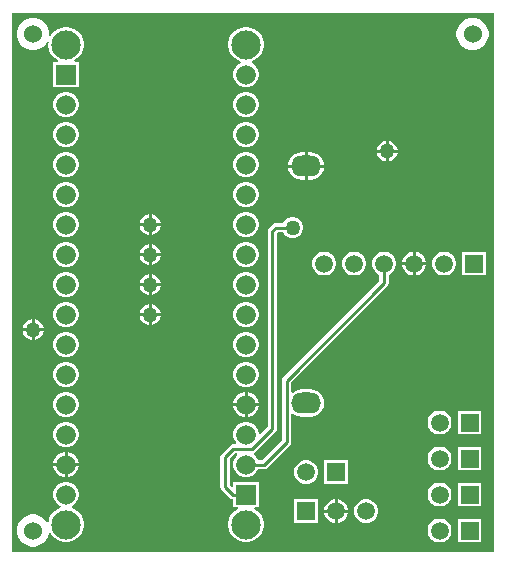
<source format=gbl>
G04*
G04 #@! TF.GenerationSoftware,Altium Limited,Altium Designer,21.2.2 (38)*
G04*
G04 Layer_Physical_Order=2*
G04 Layer_Color=16711680*
%FSLAX25Y25*%
%MOIN*%
G70*
G04*
G04 #@! TF.SameCoordinates,C48038F6-0F47-47EE-9322-7A70BF747E44*
G04*
G04*
G04 #@! TF.FilePolarity,Positive*
G04*
G01*
G75*
%ADD29C,0.01000*%
%ADD30C,0.06000*%
%ADD31R,0.05906X0.05906*%
%ADD32C,0.05906*%
%ADD33R,0.06555X0.06555*%
%ADD34C,0.06555*%
%ADD35C,0.09744*%
%ADD36O,0.10000X0.07000*%
%ADD37C,0.05000*%
G36*
X160500Y0D02*
X0D01*
Y179500D01*
X160500D01*
Y0D01*
D02*
G37*
%LPC*%
G36*
X154204Y177850D02*
X152796D01*
X151435Y177485D01*
X150215Y176781D01*
X149219Y175785D01*
X148515Y174565D01*
X148150Y173204D01*
Y171796D01*
X148515Y170435D01*
X149219Y169215D01*
X150215Y168219D01*
X151435Y167515D01*
X152796Y167150D01*
X154204D01*
X155565Y167515D01*
X156785Y168219D01*
X157781Y169215D01*
X158485Y170435D01*
X158850Y171796D01*
Y173204D01*
X158485Y174565D01*
X157781Y175785D01*
X156785Y176781D01*
X155565Y177485D01*
X154204Y177850D01*
D02*
G37*
G36*
X78578Y174872D02*
X77422D01*
X76287Y174646D01*
X75219Y174204D01*
X74257Y173561D01*
X73439Y172743D01*
X72796Y171781D01*
X72354Y170713D01*
X72128Y169578D01*
Y168422D01*
X72354Y167287D01*
X72796Y166219D01*
X73439Y165257D01*
X74257Y164439D01*
X75219Y163796D01*
X76122Y163422D01*
X76180Y162938D01*
X76165Y162880D01*
X75374Y162423D01*
X74577Y161627D01*
X74014Y160651D01*
X73722Y159563D01*
Y158437D01*
X74014Y157349D01*
X74577Y156374D01*
X75374Y155577D01*
X76349Y155014D01*
X77437Y154722D01*
X78563D01*
X79651Y155014D01*
X80626Y155577D01*
X81423Y156374D01*
X81986Y157349D01*
X82278Y158437D01*
Y159563D01*
X81986Y160651D01*
X81423Y161627D01*
X80626Y162423D01*
X79835Y162880D01*
X79820Y162938D01*
X79878Y163422D01*
X80781Y163796D01*
X81743Y164439D01*
X82561Y165257D01*
X83204Y166219D01*
X83646Y167287D01*
X83872Y168422D01*
Y169578D01*
X83646Y170713D01*
X83204Y171781D01*
X82561Y172743D01*
X81743Y173561D01*
X80781Y174204D01*
X79713Y174646D01*
X78578Y174872D01*
D02*
G37*
G36*
X7704Y177850D02*
X6296D01*
X4935Y177485D01*
X3715Y176781D01*
X2719Y175785D01*
X2015Y174565D01*
X1650Y173204D01*
Y171796D01*
X2015Y170435D01*
X2719Y169215D01*
X3715Y168219D01*
X4935Y167515D01*
X6296Y167150D01*
X7704D01*
X9065Y167515D01*
X10285Y168219D01*
X11281Y169215D01*
X11685Y169915D01*
X12159Y169736D01*
X12128Y169578D01*
Y168422D01*
X12354Y167287D01*
X12796Y166219D01*
X13439Y165257D01*
X14257Y164439D01*
X15218Y163796D01*
X15264Y163778D01*
X15164Y163278D01*
X13722D01*
Y154722D01*
X22278D01*
Y163278D01*
X20836D01*
X20736Y163778D01*
X20782Y163796D01*
X21743Y164439D01*
X22561Y165257D01*
X23204Y166219D01*
X23646Y167287D01*
X23872Y168422D01*
Y169578D01*
X23646Y170713D01*
X23204Y171781D01*
X22561Y172743D01*
X21743Y173561D01*
X20782Y174204D01*
X19713Y174646D01*
X18578Y174872D01*
X17422D01*
X16287Y174646D01*
X15218Y174204D01*
X14257Y173561D01*
X13439Y172743D01*
X12850Y171862D01*
X12570Y171886D01*
X12350Y171988D01*
Y173204D01*
X11985Y174565D01*
X11281Y175785D01*
X10285Y176781D01*
X9065Y177485D01*
X7704Y177850D01*
D02*
G37*
G36*
X78563Y153278D02*
X77437D01*
X76349Y152986D01*
X75374Y152423D01*
X74577Y151627D01*
X74014Y150651D01*
X73722Y149563D01*
Y148437D01*
X74014Y147349D01*
X74577Y146373D01*
X75374Y145577D01*
X76349Y145014D01*
X77437Y144722D01*
X78563D01*
X79651Y145014D01*
X80626Y145577D01*
X81423Y146373D01*
X81986Y147349D01*
X82278Y148437D01*
Y149563D01*
X81986Y150651D01*
X81423Y151627D01*
X80626Y152423D01*
X79651Y152986D01*
X78563Y153278D01*
D02*
G37*
G36*
X18563D02*
X17437D01*
X16349Y152986D01*
X15373Y152423D01*
X14577Y151627D01*
X14014Y150651D01*
X13722Y149563D01*
Y148437D01*
X14014Y147349D01*
X14577Y146373D01*
X15373Y145577D01*
X16349Y145014D01*
X17437Y144722D01*
X18563D01*
X19651Y145014D01*
X20627Y145577D01*
X21423Y146373D01*
X21986Y147349D01*
X22278Y148437D01*
Y149563D01*
X21986Y150651D01*
X21423Y151627D01*
X20627Y152423D01*
X19651Y152986D01*
X18563Y153278D01*
D02*
G37*
G36*
X78563Y143278D02*
X77437D01*
X76349Y142986D01*
X75374Y142423D01*
X74577Y141627D01*
X74014Y140651D01*
X73722Y139563D01*
Y138437D01*
X74014Y137349D01*
X74577Y136373D01*
X75374Y135577D01*
X76349Y135014D01*
X77437Y134722D01*
X78563D01*
X79651Y135014D01*
X80626Y135577D01*
X81423Y136373D01*
X81986Y137349D01*
X82278Y138437D01*
Y139563D01*
X81986Y140651D01*
X81423Y141627D01*
X80626Y142423D01*
X79651Y142986D01*
X78563Y143278D01*
D02*
G37*
G36*
X18563D02*
X17437D01*
X16349Y142986D01*
X15373Y142423D01*
X14577Y141627D01*
X14014Y140651D01*
X13722Y139563D01*
Y138437D01*
X14014Y137349D01*
X14577Y136373D01*
X15373Y135577D01*
X16349Y135014D01*
X17437Y134722D01*
X18563D01*
X19651Y135014D01*
X20627Y135577D01*
X21423Y136373D01*
X21986Y137349D01*
X22278Y138437D01*
Y139563D01*
X21986Y140651D01*
X21423Y141627D01*
X20627Y142423D01*
X19651Y142986D01*
X18563Y143278D01*
D02*
G37*
G36*
X125500Y136989D02*
Y134000D01*
X128489D01*
X128261Y134851D01*
X127801Y135649D01*
X127149Y136301D01*
X126351Y136761D01*
X125500Y136989D01*
D02*
G37*
G36*
X124500D02*
X123649Y136761D01*
X122851Y136301D01*
X122199Y135649D01*
X121739Y134851D01*
X121511Y134000D01*
X124500D01*
Y136989D01*
D02*
G37*
G36*
X128489Y133000D02*
X125500D01*
Y130010D01*
X126351Y130238D01*
X127149Y130699D01*
X127801Y131351D01*
X128261Y132149D01*
X128489Y133000D01*
D02*
G37*
G36*
X124500D02*
X121511D01*
X121739Y132149D01*
X122199Y131351D01*
X122851Y130699D01*
X123649Y130238D01*
X124500Y130010D01*
Y133000D01*
D02*
G37*
G36*
X99500Y133039D02*
X98500D01*
Y129000D01*
X103973D01*
X103884Y129675D01*
X103431Y130769D01*
X102709Y131709D01*
X101769Y132431D01*
X100675Y132884D01*
X99500Y133039D01*
D02*
G37*
G36*
X97500D02*
X96500D01*
X95325Y132884D01*
X94231Y132431D01*
X93291Y131709D01*
X92569Y130769D01*
X92116Y129675D01*
X92027Y129000D01*
X97500D01*
Y133039D01*
D02*
G37*
G36*
X78563Y133278D02*
X77437D01*
X76349Y132986D01*
X75374Y132423D01*
X74577Y131626D01*
X74014Y130651D01*
X73722Y129563D01*
Y128437D01*
X74014Y127349D01*
X74577Y126374D01*
X75374Y125577D01*
X76349Y125014D01*
X77437Y124722D01*
X78563D01*
X79651Y125014D01*
X80626Y125577D01*
X81423Y126374D01*
X81986Y127349D01*
X82278Y128437D01*
Y129563D01*
X81986Y130651D01*
X81423Y131626D01*
X80626Y132423D01*
X79651Y132986D01*
X78563Y133278D01*
D02*
G37*
G36*
X18563D02*
X17437D01*
X16349Y132986D01*
X15373Y132423D01*
X14577Y131626D01*
X14014Y130651D01*
X13722Y129563D01*
Y128437D01*
X14014Y127349D01*
X14577Y126374D01*
X15373Y125577D01*
X16349Y125014D01*
X17437Y124722D01*
X18563D01*
X19651Y125014D01*
X20627Y125577D01*
X21423Y126374D01*
X21986Y127349D01*
X22278Y128437D01*
Y129563D01*
X21986Y130651D01*
X21423Y131626D01*
X20627Y132423D01*
X19651Y132986D01*
X18563Y133278D01*
D02*
G37*
G36*
X103973Y128000D02*
X98500D01*
Y123961D01*
X99500D01*
X100675Y124116D01*
X101769Y124569D01*
X102709Y125291D01*
X103431Y126231D01*
X103884Y127325D01*
X103973Y128000D01*
D02*
G37*
G36*
X97500D02*
X92027D01*
X92116Y127325D01*
X92569Y126231D01*
X93291Y125291D01*
X94231Y124569D01*
X95325Y124116D01*
X96500Y123961D01*
X97500D01*
Y128000D01*
D02*
G37*
G36*
X78563Y123278D02*
X77437D01*
X76349Y122986D01*
X75374Y122423D01*
X74577Y121626D01*
X74014Y120651D01*
X73722Y119563D01*
Y118437D01*
X74014Y117349D01*
X74577Y116374D01*
X75374Y115577D01*
X76349Y115014D01*
X77437Y114722D01*
X78563D01*
X79651Y115014D01*
X80626Y115577D01*
X81423Y116374D01*
X81986Y117349D01*
X82278Y118437D01*
Y119563D01*
X81986Y120651D01*
X81423Y121626D01*
X80626Y122423D01*
X79651Y122986D01*
X78563Y123278D01*
D02*
G37*
G36*
X18563D02*
X17437D01*
X16349Y122986D01*
X15373Y122423D01*
X14577Y121626D01*
X14014Y120651D01*
X13722Y119563D01*
Y118437D01*
X14014Y117349D01*
X14577Y116374D01*
X15373Y115577D01*
X16349Y115014D01*
X17437Y114722D01*
X18563D01*
X19651Y115014D01*
X20627Y115577D01*
X21423Y116374D01*
X21986Y117349D01*
X22278Y118437D01*
Y119563D01*
X21986Y120651D01*
X21423Y121626D01*
X20627Y122423D01*
X19651Y122986D01*
X18563Y123278D01*
D02*
G37*
G36*
X46500Y112489D02*
Y109500D01*
X49490D01*
X49262Y110351D01*
X48801Y111149D01*
X48149Y111801D01*
X47351Y112261D01*
X46500Y112489D01*
D02*
G37*
G36*
X45500D02*
X44649Y112261D01*
X43851Y111801D01*
X43199Y111149D01*
X42739Y110351D01*
X42511Y109500D01*
X45500D01*
Y112489D01*
D02*
G37*
G36*
X49490Y108500D02*
X46500D01*
Y105510D01*
X47351Y105738D01*
X48149Y106199D01*
X48801Y106851D01*
X49262Y107649D01*
X49490Y108500D01*
D02*
G37*
G36*
X45500D02*
X42511D01*
X42739Y107649D01*
X43199Y106851D01*
X43851Y106199D01*
X44649Y105738D01*
X45500Y105510D01*
Y108500D01*
D02*
G37*
G36*
X78563Y113278D02*
X77437D01*
X76349Y112986D01*
X75374Y112423D01*
X74577Y111627D01*
X74014Y110651D01*
X73722Y109563D01*
Y108437D01*
X74014Y107349D01*
X74577Y106374D01*
X75374Y105577D01*
X76349Y105014D01*
X77437Y104722D01*
X78563D01*
X79651Y105014D01*
X80626Y105577D01*
X81423Y106374D01*
X81986Y107349D01*
X82278Y108437D01*
Y109563D01*
X81986Y110651D01*
X81423Y111627D01*
X80626Y112423D01*
X79651Y112986D01*
X78563Y113278D01*
D02*
G37*
G36*
X18563D02*
X17437D01*
X16349Y112986D01*
X15373Y112423D01*
X14577Y111627D01*
X14014Y110651D01*
X13722Y109563D01*
Y108437D01*
X14014Y107349D01*
X14577Y106374D01*
X15373Y105577D01*
X16349Y105014D01*
X17437Y104722D01*
X18563D01*
X19651Y105014D01*
X20627Y105577D01*
X21423Y106374D01*
X21986Y107349D01*
X22278Y108437D01*
Y109563D01*
X21986Y110651D01*
X21423Y111627D01*
X20627Y112423D01*
X19651Y112986D01*
X18563Y113278D01*
D02*
G37*
G36*
X93961Y111500D02*
X93039D01*
X92149Y111261D01*
X91351Y110801D01*
X90699Y110149D01*
X90342Y109529D01*
X88000D01*
X87415Y109413D01*
X86919Y109081D01*
X85658Y107821D01*
X85326Y107325D01*
X85210Y106739D01*
Y41616D01*
X82740Y39146D01*
X82278Y39337D01*
Y39563D01*
X81986Y40651D01*
X81423Y41627D01*
X80626Y42423D01*
X79651Y42986D01*
X78563Y43278D01*
X77437D01*
X76349Y42986D01*
X75374Y42423D01*
X74577Y41627D01*
X74014Y40651D01*
X73722Y39563D01*
Y38437D01*
X74014Y37349D01*
X74577Y36373D01*
X74737Y36214D01*
X74546Y35752D01*
X73722D01*
X73137Y35635D01*
X72641Y35304D01*
X69919Y32581D01*
X69587Y32085D01*
X69471Y31500D01*
Y21500D01*
X69587Y20915D01*
X69919Y20419D01*
X72419Y17919D01*
X72915Y17587D01*
X73500Y17471D01*
X73722D01*
Y14722D01*
X75164D01*
X75264Y14222D01*
X75219Y14204D01*
X74257Y13561D01*
X73439Y12743D01*
X72796Y11781D01*
X72354Y10713D01*
X72128Y9578D01*
Y8422D01*
X72354Y7287D01*
X72796Y6219D01*
X73439Y5257D01*
X74257Y4439D01*
X75219Y3796D01*
X76287Y3354D01*
X77422Y3128D01*
X78578D01*
X79713Y3354D01*
X80781Y3796D01*
X81743Y4439D01*
X82561Y5257D01*
X83204Y6219D01*
X83646Y7287D01*
X83872Y8422D01*
Y9578D01*
X83646Y10713D01*
X83204Y11781D01*
X82561Y12743D01*
X81743Y13561D01*
X80781Y14204D01*
X80736Y14222D01*
X80836Y14722D01*
X82278D01*
Y23278D01*
X73722D01*
Y21594D01*
X73260Y21402D01*
X72529Y22133D01*
Y30867D01*
X74356Y32693D01*
X74937D01*
X75144Y32193D01*
X74577Y31626D01*
X74014Y30651D01*
X73722Y29563D01*
Y28437D01*
X74014Y27349D01*
X74577Y26373D01*
X75374Y25577D01*
X76349Y25014D01*
X77437Y24722D01*
X78563D01*
X79651Y25014D01*
X80626Y25577D01*
X81423Y26373D01*
X81986Y27349D01*
X82019Y27471D01*
X84000D01*
X84585Y27587D01*
X85081Y27919D01*
X92581Y35419D01*
X92913Y35915D01*
X93029Y36500D01*
Y45861D01*
X93529Y46107D01*
X94231Y45569D01*
X95325Y45116D01*
X96500Y44961D01*
X99500D01*
X100675Y45116D01*
X101769Y45569D01*
X102709Y46291D01*
X103431Y47231D01*
X103884Y48325D01*
X104039Y49500D01*
X103884Y50675D01*
X103431Y51769D01*
X102709Y52709D01*
X101769Y53431D01*
X100675Y53884D01*
X99500Y54039D01*
X96500D01*
X95325Y53884D01*
X94231Y53431D01*
X93529Y52893D01*
X93029Y53139D01*
Y56366D01*
X125081Y88419D01*
X125413Y88915D01*
X125529Y89500D01*
Y92319D01*
X126427Y92837D01*
X127163Y93573D01*
X127683Y94474D01*
X127953Y95480D01*
Y96520D01*
X127683Y97526D01*
X127163Y98427D01*
X126427Y99163D01*
X125526Y99683D01*
X124520Y99953D01*
X123480D01*
X122474Y99683D01*
X121573Y99163D01*
X120837Y98427D01*
X120317Y97526D01*
X120047Y96520D01*
Y95480D01*
X120317Y94474D01*
X120837Y93573D01*
X121573Y92837D01*
X122471Y92319D01*
Y90134D01*
X90419Y58081D01*
X90087Y57585D01*
X89971Y57000D01*
Y37133D01*
X83367Y30529D01*
X82019D01*
X81986Y30651D01*
X81423Y31626D01*
X80703Y32346D01*
X80687Y32399D01*
X80690Y32694D01*
X80746Y32931D01*
X81060Y33141D01*
X87821Y39902D01*
X88152Y40398D01*
X88269Y40983D01*
Y106106D01*
X88634Y106471D01*
X90342D01*
X90699Y105851D01*
X91351Y105199D01*
X92149Y104738D01*
X93039Y104500D01*
X93961D01*
X94851Y104738D01*
X95649Y105199D01*
X96301Y105851D01*
X96762Y106649D01*
X97000Y107539D01*
Y108461D01*
X96762Y109351D01*
X96301Y110149D01*
X95649Y110801D01*
X94851Y111261D01*
X93961Y111500D01*
D02*
G37*
G36*
X46500Y102489D02*
Y99500D01*
X49490D01*
X49262Y100351D01*
X48801Y101149D01*
X48149Y101801D01*
X47351Y102261D01*
X46500Y102489D01*
D02*
G37*
G36*
X45500D02*
X44649Y102261D01*
X43851Y101801D01*
X43199Y101149D01*
X42739Y100351D01*
X42511Y99500D01*
X45500D01*
Y102489D01*
D02*
G37*
G36*
X134520Y99953D02*
X134500D01*
Y96500D01*
X137953D01*
Y96520D01*
X137683Y97526D01*
X137163Y98427D01*
X136427Y99163D01*
X135526Y99683D01*
X134520Y99953D01*
D02*
G37*
G36*
X133500D02*
X133480D01*
X132474Y99683D01*
X131573Y99163D01*
X130837Y98427D01*
X130317Y97526D01*
X130047Y96520D01*
Y96500D01*
X133500D01*
Y99953D01*
D02*
G37*
G36*
X49490Y98500D02*
X46500D01*
Y95511D01*
X47351Y95739D01*
X48149Y96199D01*
X48801Y96851D01*
X49262Y97649D01*
X49490Y98500D01*
D02*
G37*
G36*
X45500D02*
X42511D01*
X42739Y97649D01*
X43199Y96851D01*
X43851Y96199D01*
X44649Y95739D01*
X45500Y95511D01*
Y98500D01*
D02*
G37*
G36*
X78563Y103278D02*
X77437D01*
X76349Y102986D01*
X75374Y102423D01*
X74577Y101627D01*
X74014Y100651D01*
X73722Y99563D01*
Y98437D01*
X74014Y97349D01*
X74577Y96373D01*
X75374Y95577D01*
X76349Y95014D01*
X77437Y94722D01*
X78563D01*
X79651Y95014D01*
X80626Y95577D01*
X81423Y96373D01*
X81986Y97349D01*
X82278Y98437D01*
Y99563D01*
X81986Y100651D01*
X81423Y101627D01*
X80626Y102423D01*
X79651Y102986D01*
X78563Y103278D01*
D02*
G37*
G36*
X18563D02*
X17437D01*
X16349Y102986D01*
X15373Y102423D01*
X14577Y101627D01*
X14014Y100651D01*
X13722Y99563D01*
Y98437D01*
X14014Y97349D01*
X14577Y96373D01*
X15373Y95577D01*
X16349Y95014D01*
X17437Y94722D01*
X18563D01*
X19651Y95014D01*
X20627Y95577D01*
X21423Y96373D01*
X21986Y97349D01*
X22278Y98437D01*
Y99563D01*
X21986Y100651D01*
X21423Y101627D01*
X20627Y102423D01*
X19651Y102986D01*
X18563Y103278D01*
D02*
G37*
G36*
X157953Y99953D02*
X150047D01*
Y92047D01*
X157953D01*
Y99953D01*
D02*
G37*
G36*
X144520D02*
X143480D01*
X142474Y99683D01*
X141573Y99163D01*
X140837Y98427D01*
X140317Y97526D01*
X140047Y96520D01*
Y95480D01*
X140317Y94474D01*
X140837Y93573D01*
X141573Y92837D01*
X142474Y92317D01*
X143480Y92047D01*
X144520D01*
X145526Y92317D01*
X146427Y92837D01*
X147163Y93573D01*
X147683Y94474D01*
X147953Y95480D01*
Y96520D01*
X147683Y97526D01*
X147163Y98427D01*
X146427Y99163D01*
X145526Y99683D01*
X144520Y99953D01*
D02*
G37*
G36*
X137953Y95500D02*
X134500D01*
Y92047D01*
X134520D01*
X135526Y92317D01*
X136427Y92837D01*
X137163Y93573D01*
X137683Y94474D01*
X137953Y95480D01*
Y95500D01*
D02*
G37*
G36*
X133500D02*
X130047D01*
Y95480D01*
X130317Y94474D01*
X130837Y93573D01*
X131573Y92837D01*
X132474Y92317D01*
X133480Y92047D01*
X133500D01*
Y95500D01*
D02*
G37*
G36*
X114520Y99953D02*
X113480D01*
X112474Y99683D01*
X111573Y99163D01*
X110837Y98427D01*
X110317Y97526D01*
X110047Y96520D01*
Y95480D01*
X110317Y94474D01*
X110837Y93573D01*
X111573Y92837D01*
X112474Y92317D01*
X113480Y92047D01*
X114520D01*
X115526Y92317D01*
X116427Y92837D01*
X117163Y93573D01*
X117683Y94474D01*
X117953Y95480D01*
Y96520D01*
X117683Y97526D01*
X117163Y98427D01*
X116427Y99163D01*
X115526Y99683D01*
X114520Y99953D01*
D02*
G37*
G36*
X104520D02*
X103480D01*
X102474Y99683D01*
X101573Y99163D01*
X100837Y98427D01*
X100317Y97526D01*
X100047Y96520D01*
Y95480D01*
X100317Y94474D01*
X100837Y93573D01*
X101573Y92837D01*
X102474Y92317D01*
X103480Y92047D01*
X104520D01*
X105526Y92317D01*
X106427Y92837D01*
X107163Y93573D01*
X107683Y94474D01*
X107953Y95480D01*
Y96520D01*
X107683Y97526D01*
X107163Y98427D01*
X106427Y99163D01*
X105526Y99683D01*
X104520Y99953D01*
D02*
G37*
G36*
X46500Y92489D02*
Y89500D01*
X49490D01*
X49262Y90351D01*
X48801Y91149D01*
X48149Y91801D01*
X47351Y92261D01*
X46500Y92489D01*
D02*
G37*
G36*
X45500D02*
X44649Y92261D01*
X43851Y91801D01*
X43199Y91149D01*
X42739Y90351D01*
X42511Y89500D01*
X45500D01*
Y92489D01*
D02*
G37*
G36*
X49490Y88500D02*
X46500D01*
Y85510D01*
X47351Y85738D01*
X48149Y86199D01*
X48801Y86851D01*
X49262Y87649D01*
X49490Y88500D01*
D02*
G37*
G36*
X45500D02*
X42511D01*
X42739Y87649D01*
X43199Y86851D01*
X43851Y86199D01*
X44649Y85738D01*
X45500Y85510D01*
Y88500D01*
D02*
G37*
G36*
X78563Y93278D02*
X77437D01*
X76349Y92986D01*
X75374Y92423D01*
X74577Y91627D01*
X74014Y90651D01*
X73722Y89563D01*
Y88437D01*
X74014Y87349D01*
X74577Y86374D01*
X75374Y85577D01*
X76349Y85014D01*
X77437Y84722D01*
X78563D01*
X79651Y85014D01*
X80626Y85577D01*
X81423Y86374D01*
X81986Y87349D01*
X82278Y88437D01*
Y89563D01*
X81986Y90651D01*
X81423Y91627D01*
X80626Y92423D01*
X79651Y92986D01*
X78563Y93278D01*
D02*
G37*
G36*
X18563D02*
X17437D01*
X16349Y92986D01*
X15373Y92423D01*
X14577Y91627D01*
X14014Y90651D01*
X13722Y89563D01*
Y88437D01*
X14014Y87349D01*
X14577Y86374D01*
X15373Y85577D01*
X16349Y85014D01*
X17437Y84722D01*
X18563D01*
X19651Y85014D01*
X20627Y85577D01*
X21423Y86374D01*
X21986Y87349D01*
X22278Y88437D01*
Y89563D01*
X21986Y90651D01*
X21423Y91627D01*
X20627Y92423D01*
X19651Y92986D01*
X18563Y93278D01*
D02*
G37*
G36*
X46500Y82490D02*
Y79500D01*
X49490D01*
X49262Y80351D01*
X48801Y81149D01*
X48149Y81801D01*
X47351Y82262D01*
X46500Y82490D01*
D02*
G37*
G36*
X45500D02*
X44649Y82262D01*
X43851Y81801D01*
X43199Y81149D01*
X42739Y80351D01*
X42511Y79500D01*
X45500D01*
Y82490D01*
D02*
G37*
G36*
X49490Y78500D02*
X46500D01*
Y75511D01*
X47351Y75739D01*
X48149Y76199D01*
X48801Y76851D01*
X49262Y77649D01*
X49490Y78500D01*
D02*
G37*
G36*
X45500D02*
X42511D01*
X42739Y77649D01*
X43199Y76851D01*
X43851Y76199D01*
X44649Y75739D01*
X45500Y75511D01*
Y78500D01*
D02*
G37*
G36*
X78563Y83278D02*
X77437D01*
X76349Y82986D01*
X75374Y82423D01*
X74577Y81626D01*
X74014Y80651D01*
X73722Y79563D01*
Y78437D01*
X74014Y77349D01*
X74577Y76373D01*
X75374Y75577D01*
X76349Y75014D01*
X77437Y74722D01*
X78563D01*
X79651Y75014D01*
X80626Y75577D01*
X81423Y76373D01*
X81986Y77349D01*
X82278Y78437D01*
Y79563D01*
X81986Y80651D01*
X81423Y81626D01*
X80626Y82423D01*
X79651Y82986D01*
X78563Y83278D01*
D02*
G37*
G36*
X18563D02*
X17437D01*
X16349Y82986D01*
X15373Y82423D01*
X14577Y81626D01*
X14014Y80651D01*
X13722Y79563D01*
Y78437D01*
X14014Y77349D01*
X14577Y76373D01*
X15373Y75577D01*
X16349Y75014D01*
X17437Y74722D01*
X18563D01*
X19651Y75014D01*
X20627Y75577D01*
X21423Y76373D01*
X21986Y77349D01*
X22278Y78437D01*
Y79563D01*
X21986Y80651D01*
X21423Y81626D01*
X20627Y82423D01*
X19651Y82986D01*
X18563Y83278D01*
D02*
G37*
G36*
X7500Y77490D02*
Y74500D01*
X10490D01*
X10261Y75351D01*
X9801Y76149D01*
X9149Y76801D01*
X8351Y77262D01*
X7500Y77490D01*
D02*
G37*
G36*
X6500D02*
X5649Y77262D01*
X4851Y76801D01*
X4199Y76149D01*
X3739Y75351D01*
X3511Y74500D01*
X6500D01*
Y77490D01*
D02*
G37*
G36*
X10490Y73500D02*
X7500D01*
Y70511D01*
X8351Y70739D01*
X9149Y71199D01*
X9801Y71851D01*
X10261Y72649D01*
X10490Y73500D01*
D02*
G37*
G36*
X6500D02*
X3511D01*
X3739Y72649D01*
X4199Y71851D01*
X4851Y71199D01*
X5649Y70739D01*
X6500Y70511D01*
Y73500D01*
D02*
G37*
G36*
X78563Y73278D02*
X77437D01*
X76349Y72986D01*
X75374Y72423D01*
X74577Y71627D01*
X74014Y70651D01*
X73722Y69563D01*
Y68437D01*
X74014Y67349D01*
X74577Y66373D01*
X75374Y65577D01*
X76349Y65014D01*
X77437Y64722D01*
X78563D01*
X79651Y65014D01*
X80626Y65577D01*
X81423Y66373D01*
X81986Y67349D01*
X82278Y68437D01*
Y69563D01*
X81986Y70651D01*
X81423Y71627D01*
X80626Y72423D01*
X79651Y72986D01*
X78563Y73278D01*
D02*
G37*
G36*
X18563D02*
X17437D01*
X16349Y72986D01*
X15373Y72423D01*
X14577Y71627D01*
X14014Y70651D01*
X13722Y69563D01*
Y68437D01*
X14014Y67349D01*
X14577Y66373D01*
X15373Y65577D01*
X16349Y65014D01*
X17437Y64722D01*
X18563D01*
X19651Y65014D01*
X20627Y65577D01*
X21423Y66373D01*
X21986Y67349D01*
X22278Y68437D01*
Y69563D01*
X21986Y70651D01*
X21423Y71627D01*
X20627Y72423D01*
X19651Y72986D01*
X18563Y73278D01*
D02*
G37*
G36*
X78563Y63278D02*
X77437D01*
X76349Y62986D01*
X75374Y62423D01*
X74577Y61626D01*
X74014Y60651D01*
X73722Y59563D01*
Y58437D01*
X74014Y57349D01*
X74577Y56374D01*
X75374Y55577D01*
X76349Y55014D01*
X77437Y54722D01*
X78563D01*
X79651Y55014D01*
X80626Y55577D01*
X81423Y56374D01*
X81986Y57349D01*
X82278Y58437D01*
Y59563D01*
X81986Y60651D01*
X81423Y61626D01*
X80626Y62423D01*
X79651Y62986D01*
X78563Y63278D01*
D02*
G37*
G36*
X18563D02*
X17437D01*
X16349Y62986D01*
X15373Y62423D01*
X14577Y61626D01*
X14014Y60651D01*
X13722Y59563D01*
Y58437D01*
X14014Y57349D01*
X14577Y56374D01*
X15373Y55577D01*
X16349Y55014D01*
X17437Y54722D01*
X18563D01*
X19651Y55014D01*
X20627Y55577D01*
X21423Y56374D01*
X21986Y57349D01*
X22278Y58437D01*
Y59563D01*
X21986Y60651D01*
X21423Y61626D01*
X20627Y62423D01*
X19651Y62986D01*
X18563Y63278D01*
D02*
G37*
G36*
X78563Y53278D02*
X78500D01*
Y49500D01*
X82278D01*
Y49563D01*
X81986Y50651D01*
X81423Y51626D01*
X80626Y52423D01*
X79651Y52986D01*
X78563Y53278D01*
D02*
G37*
G36*
X77500D02*
X77437D01*
X76349Y52986D01*
X75374Y52423D01*
X74577Y51626D01*
X74014Y50651D01*
X73722Y49563D01*
Y49500D01*
X77500D01*
Y53278D01*
D02*
G37*
G36*
X82278Y48500D02*
X78500D01*
Y44722D01*
X78563D01*
X79651Y45014D01*
X80626Y45577D01*
X81423Y46374D01*
X81986Y47349D01*
X82278Y48437D01*
Y48500D01*
D02*
G37*
G36*
X77500D02*
X73722D01*
Y48437D01*
X74014Y47349D01*
X74577Y46374D01*
X75374Y45577D01*
X76349Y45014D01*
X77437Y44722D01*
X77500D01*
Y48500D01*
D02*
G37*
G36*
X18563Y53278D02*
X17437D01*
X16349Y52986D01*
X15373Y52423D01*
X14577Y51626D01*
X14014Y50651D01*
X13722Y49563D01*
Y48437D01*
X14014Y47349D01*
X14577Y46374D01*
X15373Y45577D01*
X16349Y45014D01*
X17437Y44722D01*
X18563D01*
X19651Y45014D01*
X20627Y45577D01*
X21423Y46374D01*
X21986Y47349D01*
X22278Y48437D01*
Y49563D01*
X21986Y50651D01*
X21423Y51626D01*
X20627Y52423D01*
X19651Y52986D01*
X18563Y53278D01*
D02*
G37*
G36*
X156453Y46953D02*
X148547D01*
Y39047D01*
X156453D01*
Y46953D01*
D02*
G37*
G36*
X143020D02*
X141980D01*
X140974Y46683D01*
X140073Y46163D01*
X139337Y45427D01*
X138817Y44526D01*
X138547Y43520D01*
Y42480D01*
X138817Y41474D01*
X139337Y40573D01*
X140073Y39837D01*
X140974Y39317D01*
X141980Y39047D01*
X143020D01*
X144026Y39317D01*
X144927Y39837D01*
X145663Y40573D01*
X146183Y41474D01*
X146453Y42480D01*
Y43520D01*
X146183Y44526D01*
X145663Y45427D01*
X144927Y46163D01*
X144026Y46683D01*
X143020Y46953D01*
D02*
G37*
G36*
X18563Y43278D02*
X17437D01*
X16349Y42986D01*
X15373Y42423D01*
X14577Y41627D01*
X14014Y40651D01*
X13722Y39563D01*
Y38437D01*
X14014Y37349D01*
X14577Y36373D01*
X15373Y35577D01*
X16349Y35014D01*
X17437Y34722D01*
X18563D01*
X19651Y35014D01*
X20627Y35577D01*
X21423Y36373D01*
X21986Y37349D01*
X22278Y38437D01*
Y39563D01*
X21986Y40651D01*
X21423Y41627D01*
X20627Y42423D01*
X19651Y42986D01*
X18563Y43278D01*
D02*
G37*
G36*
Y33278D02*
X18500D01*
Y29500D01*
X22278D01*
Y29563D01*
X21986Y30651D01*
X21423Y31626D01*
X20627Y32423D01*
X19651Y32986D01*
X18563Y33278D01*
D02*
G37*
G36*
X17500D02*
X17437D01*
X16349Y32986D01*
X15373Y32423D01*
X14577Y31626D01*
X14014Y30651D01*
X13722Y29563D01*
Y29500D01*
X17500D01*
Y33278D01*
D02*
G37*
G36*
X156453Y34953D02*
X148547D01*
Y27047D01*
X156453D01*
Y34953D01*
D02*
G37*
G36*
X143020D02*
X141980D01*
X140974Y34683D01*
X140073Y34163D01*
X139337Y33427D01*
X138817Y32526D01*
X138547Y31520D01*
Y30480D01*
X138817Y29474D01*
X139337Y28573D01*
X140073Y27837D01*
X140974Y27317D01*
X141980Y27047D01*
X143020D01*
X144026Y27317D01*
X144927Y27837D01*
X145663Y28573D01*
X146183Y29474D01*
X146453Y30480D01*
Y31520D01*
X146183Y32526D01*
X145663Y33427D01*
X144927Y34163D01*
X144026Y34683D01*
X143020Y34953D01*
D02*
G37*
G36*
X22278Y28500D02*
X18500D01*
Y24722D01*
X18563D01*
X19651Y25014D01*
X20627Y25577D01*
X21423Y26373D01*
X21986Y27349D01*
X22278Y28437D01*
Y28500D01*
D02*
G37*
G36*
X17500D02*
X13722D01*
Y28437D01*
X14014Y27349D01*
X14577Y26373D01*
X15373Y25577D01*
X16349Y25014D01*
X17437Y24722D01*
X17500D01*
Y28500D01*
D02*
G37*
G36*
X111953Y30453D02*
X104047D01*
Y22547D01*
X111953D01*
Y30453D01*
D02*
G37*
G36*
X98520D02*
X97480D01*
X96474Y30183D01*
X95573Y29663D01*
X94837Y28927D01*
X94317Y28026D01*
X94047Y27020D01*
Y25980D01*
X94317Y24974D01*
X94837Y24073D01*
X95573Y23337D01*
X96474Y22817D01*
X97480Y22547D01*
X98520D01*
X99526Y22817D01*
X100427Y23337D01*
X101163Y24073D01*
X101683Y24974D01*
X101953Y25980D01*
Y27020D01*
X101683Y28026D01*
X101163Y28927D01*
X100427Y29663D01*
X99526Y30183D01*
X98520Y30453D01*
D02*
G37*
G36*
X156453Y22953D02*
X148547D01*
Y15047D01*
X156453D01*
Y22953D01*
D02*
G37*
G36*
X143020D02*
X141980D01*
X140974Y22683D01*
X140073Y22163D01*
X139337Y21427D01*
X138817Y20526D01*
X138547Y19520D01*
Y18480D01*
X138817Y17474D01*
X139337Y16573D01*
X140073Y15837D01*
X140974Y15317D01*
X141980Y15047D01*
X143020D01*
X144026Y15317D01*
X144927Y15837D01*
X145663Y16573D01*
X146183Y17474D01*
X146453Y18480D01*
Y19520D01*
X146183Y20526D01*
X145663Y21427D01*
X144927Y22163D01*
X144026Y22683D01*
X143020Y22953D01*
D02*
G37*
G36*
X108520Y17453D02*
X108500D01*
Y14000D01*
X111953D01*
Y14020D01*
X111683Y15026D01*
X111163Y15927D01*
X110427Y16663D01*
X109526Y17183D01*
X108520Y17453D01*
D02*
G37*
G36*
X107500D02*
X107480D01*
X106474Y17183D01*
X105573Y16663D01*
X104837Y15927D01*
X104317Y15026D01*
X104047Y14020D01*
Y14000D01*
X107500D01*
Y17453D01*
D02*
G37*
G36*
X18563Y23278D02*
X17437D01*
X16349Y22986D01*
X15373Y22423D01*
X14577Y21626D01*
X14014Y20651D01*
X13722Y19563D01*
Y18437D01*
X14014Y17349D01*
X14577Y16374D01*
X15373Y15577D01*
X16165Y15120D01*
X16180Y15062D01*
X16122Y14578D01*
X15218Y14204D01*
X14257Y13561D01*
X13439Y12743D01*
X12796Y11781D01*
X12354Y10713D01*
X12163Y9757D01*
X11640Y9663D01*
X11281Y10285D01*
X10285Y11281D01*
X9065Y11985D01*
X7704Y12350D01*
X6296D01*
X4935Y11985D01*
X3715Y11281D01*
X2719Y10285D01*
X2015Y9065D01*
X1650Y7704D01*
Y6296D01*
X2015Y4935D01*
X2719Y3715D01*
X3715Y2719D01*
X4935Y2015D01*
X6296Y1650D01*
X7704D01*
X9065Y2015D01*
X10285Y2719D01*
X11281Y3715D01*
X11985Y4935D01*
X12300Y6110D01*
X12632Y6182D01*
X12833Y6164D01*
X13439Y5257D01*
X14257Y4439D01*
X15218Y3796D01*
X16287Y3354D01*
X17422Y3128D01*
X18578D01*
X19713Y3354D01*
X20782Y3796D01*
X21743Y4439D01*
X22561Y5257D01*
X23204Y6219D01*
X23646Y7287D01*
X23872Y8422D01*
Y9578D01*
X23646Y10713D01*
X23204Y11781D01*
X22561Y12743D01*
X21743Y13561D01*
X20782Y14204D01*
X19878Y14578D01*
X19820Y15062D01*
X19835Y15120D01*
X20627Y15577D01*
X21423Y16374D01*
X21986Y17349D01*
X22278Y18437D01*
Y19563D01*
X21986Y20651D01*
X21423Y21626D01*
X20627Y22423D01*
X19651Y22986D01*
X18563Y23278D01*
D02*
G37*
G36*
X118520Y17453D02*
X117480D01*
X116474Y17183D01*
X115573Y16663D01*
X114837Y15927D01*
X114317Y15026D01*
X114047Y14020D01*
Y12980D01*
X114317Y11974D01*
X114837Y11073D01*
X115573Y10337D01*
X116474Y9817D01*
X117480Y9547D01*
X118520D01*
X119526Y9817D01*
X120427Y10337D01*
X121163Y11073D01*
X121683Y11974D01*
X121953Y12980D01*
Y14020D01*
X121683Y15026D01*
X121163Y15927D01*
X120427Y16663D01*
X119526Y17183D01*
X118520Y17453D01*
D02*
G37*
G36*
X111953Y13000D02*
X108500D01*
Y9547D01*
X108520D01*
X109526Y9817D01*
X110427Y10337D01*
X111163Y11073D01*
X111683Y11974D01*
X111953Y12980D01*
Y13000D01*
D02*
G37*
G36*
X107500D02*
X104047D01*
Y12980D01*
X104317Y11974D01*
X104837Y11073D01*
X105573Y10337D01*
X106474Y9817D01*
X107480Y9547D01*
X107500D01*
Y13000D01*
D02*
G37*
G36*
X101953Y17453D02*
X94047D01*
Y9547D01*
X101953D01*
Y17453D01*
D02*
G37*
G36*
X156453Y10953D02*
X148547D01*
Y3047D01*
X156453D01*
Y10953D01*
D02*
G37*
G36*
X143020D02*
X141980D01*
X140974Y10683D01*
X140073Y10163D01*
X139337Y9427D01*
X138817Y8526D01*
X138547Y7520D01*
Y6480D01*
X138817Y5474D01*
X139337Y4573D01*
X140073Y3837D01*
X140974Y3317D01*
X141980Y3047D01*
X143020D01*
X144026Y3317D01*
X144927Y3837D01*
X145663Y4573D01*
X146183Y5474D01*
X146453Y6480D01*
Y7520D01*
X146183Y8526D01*
X145663Y9427D01*
X144927Y10163D01*
X144026Y10683D01*
X143020Y10953D01*
D02*
G37*
%LPD*%
D29*
X91500Y36500D02*
Y57000D01*
X124000Y89500D02*
Y96000D01*
X91500Y57000D02*
X124000Y89500D01*
X86739Y106739D02*
X88000Y108000D01*
X86739Y40983D02*
Y106739D01*
X88000Y108000D02*
X93500D01*
X84000Y29000D02*
X91500Y36500D01*
X78000Y29000D02*
X84000D01*
X71000Y31500D02*
X73722Y34222D01*
X79979D01*
X71000Y21500D02*
Y31500D01*
Y21500D02*
X73500Y19000D01*
X78000D01*
X79979Y34222D02*
X86739Y40983D01*
D30*
X7000Y7000D02*
D03*
Y172500D02*
D03*
X153500D02*
D03*
D31*
X108000Y26500D02*
D03*
X98000Y13500D02*
D03*
X152500Y31000D02*
D03*
Y43000D02*
D03*
Y19000D02*
D03*
Y7000D02*
D03*
X154000Y96000D02*
D03*
D32*
X98000Y26500D02*
D03*
X108000Y13500D02*
D03*
X118000D02*
D03*
X142500Y31000D02*
D03*
Y43000D02*
D03*
Y19000D02*
D03*
Y7000D02*
D03*
X144000Y96000D02*
D03*
X134000D02*
D03*
X124000D02*
D03*
X114000D02*
D03*
X104000D02*
D03*
D33*
X18000Y159000D02*
D03*
X78000Y19000D02*
D03*
D34*
X18000Y149000D02*
D03*
Y139000D02*
D03*
Y129000D02*
D03*
Y119000D02*
D03*
Y109000D02*
D03*
Y99000D02*
D03*
Y89000D02*
D03*
Y79000D02*
D03*
Y69000D02*
D03*
Y59000D02*
D03*
Y49000D02*
D03*
Y39000D02*
D03*
Y29000D02*
D03*
Y19000D02*
D03*
X78000Y29000D02*
D03*
Y39000D02*
D03*
Y49000D02*
D03*
Y59000D02*
D03*
Y69000D02*
D03*
Y79000D02*
D03*
Y89000D02*
D03*
Y99000D02*
D03*
Y109000D02*
D03*
Y119000D02*
D03*
Y129000D02*
D03*
Y139000D02*
D03*
Y149000D02*
D03*
Y159000D02*
D03*
D35*
X18000Y169000D02*
D03*
X78000D02*
D03*
Y9000D02*
D03*
X18000D02*
D03*
D36*
X98000Y49500D02*
D03*
Y128500D02*
D03*
D37*
X93500Y108000D02*
D03*
X46000Y109000D02*
D03*
Y99000D02*
D03*
Y89000D02*
D03*
Y79000D02*
D03*
X7000Y74000D02*
D03*
X125000Y133500D02*
D03*
M02*

</source>
